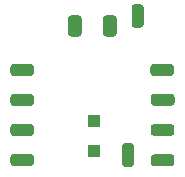
<source format=gbr>
%TF.GenerationSoftware,KiCad,Pcbnew,5.1.9*%
%TF.CreationDate,2021-03-15T11:21:12+01:00*%
%TF.ProjectId,keycap,6b657963-6170-42e6-9b69-6361645f7063,rev?*%
%TF.SameCoordinates,Original*%
%TF.FileFunction,Paste,Top*%
%TF.FilePolarity,Positive*%
%FSLAX46Y46*%
G04 Gerber Fmt 4.6, Leading zero omitted, Abs format (unit mm)*
G04 Created by KiCad (PCBNEW 5.1.9) date 2021-03-15 11:21:12*
%MOMM*%
%LPD*%
G01*
G04 APERTURE LIST*
%ADD10R,1.000000X1.000000*%
G04 APERTURE END LIST*
%TO.C,J3*%
G36*
G01*
X126448120Y-109863000D02*
X127948120Y-109863000D01*
G75*
G02*
X128198120Y-110113000I0J-250000D01*
G01*
X128198120Y-110613000D01*
G75*
G02*
X127948120Y-110863000I-250000J0D01*
G01*
X126448120Y-110863000D01*
G75*
G02*
X126198120Y-110613000I0J250000D01*
G01*
X126198120Y-110113000D01*
G75*
G02*
X126448120Y-109863000I250000J0D01*
G01*
G37*
%TD*%
%TO.C,J9*%
G36*
G01*
X125595000Y-99961000D02*
X125595000Y-101461000D01*
G75*
G02*
X125345000Y-101711000I-250000J0D01*
G01*
X124845000Y-101711000D01*
G75*
G02*
X124595000Y-101461000I0J250000D01*
G01*
X124595000Y-99961000D01*
G75*
G02*
X124845000Y-99711000I250000J0D01*
G01*
X125345000Y-99711000D01*
G75*
G02*
X125595000Y-99961000I0J-250000D01*
G01*
G37*
%TD*%
%TO.C,J4*%
G36*
G01*
X114566000Y-104783000D02*
X116066000Y-104783000D01*
G75*
G02*
X116316000Y-105033000I0J-250000D01*
G01*
X116316000Y-105533000D01*
G75*
G02*
X116066000Y-105783000I-250000J0D01*
G01*
X114566000Y-105783000D01*
G75*
G02*
X114316000Y-105533000I0J250000D01*
G01*
X114316000Y-105033000D01*
G75*
G02*
X114566000Y-104783000I250000J0D01*
G01*
G37*
%TD*%
%TO.C,J1*%
G36*
G01*
X127927800Y-105783000D02*
X126427800Y-105783000D01*
G75*
G02*
X126177800Y-105533000I0J250000D01*
G01*
X126177800Y-105033000D01*
G75*
G02*
X126427800Y-104783000I250000J0D01*
G01*
X127927800Y-104783000D01*
G75*
G02*
X128177800Y-105033000I0J-250000D01*
G01*
X128177800Y-105533000D01*
G75*
G02*
X127927800Y-105783000I-250000J0D01*
G01*
G37*
%TD*%
%TO.C,J2*%
G36*
G01*
X126468440Y-107307760D02*
X127968440Y-107307760D01*
G75*
G02*
X128218440Y-107557760I0J-250000D01*
G01*
X128218440Y-108057760D01*
G75*
G02*
X127968440Y-108307760I-250000J0D01*
G01*
X126468440Y-108307760D01*
G75*
G02*
X126218440Y-108057760I0J250000D01*
G01*
X126218440Y-107557760D01*
G75*
G02*
X126468440Y-107307760I250000J0D01*
G01*
G37*
%TD*%
%TO.C,J6*%
G36*
G01*
X114566000Y-109863000D02*
X116066000Y-109863000D01*
G75*
G02*
X116316000Y-110113000I0J-250000D01*
G01*
X116316000Y-110613000D01*
G75*
G02*
X116066000Y-110863000I-250000J0D01*
G01*
X114566000Y-110863000D01*
G75*
G02*
X114316000Y-110613000I0J250000D01*
G01*
X114316000Y-110113000D01*
G75*
G02*
X114566000Y-109863000I250000J0D01*
G01*
G37*
%TD*%
D10*
%TO.C,D1*%
X121437400Y-112121000D03*
X121437400Y-109621000D03*
%TD*%
%TO.C,J8*%
G36*
G01*
X123782200Y-113233900D02*
X123782200Y-111733900D01*
G75*
G02*
X124032200Y-111483900I250000J0D01*
G01*
X124532200Y-111483900D01*
G75*
G02*
X124782200Y-111733900I0J-250000D01*
G01*
X124782200Y-113233900D01*
G75*
G02*
X124532200Y-113483900I-250000J0D01*
G01*
X124032200Y-113483900D01*
G75*
G02*
X123782200Y-113233900I0J250000D01*
G01*
G37*
%TD*%
%TO.C,J5*%
G36*
G01*
X114566000Y-107323000D02*
X116066000Y-107323000D01*
G75*
G02*
X116316000Y-107573000I0J-250000D01*
G01*
X116316000Y-108073000D01*
G75*
G02*
X116066000Y-108323000I-250000J0D01*
G01*
X114566000Y-108323000D01*
G75*
G02*
X114316000Y-108073000I0J250000D01*
G01*
X114316000Y-107573000D01*
G75*
G02*
X114566000Y-107323000I250000J0D01*
G01*
G37*
%TD*%
%TO.C,J7*%
G36*
G01*
X114566000Y-112403000D02*
X116066000Y-112403000D01*
G75*
G02*
X116316000Y-112653000I0J-250000D01*
G01*
X116316000Y-113153000D01*
G75*
G02*
X116066000Y-113403000I-250000J0D01*
G01*
X114566000Y-113403000D01*
G75*
G02*
X114316000Y-113153000I0J250000D01*
G01*
X114316000Y-112653000D01*
G75*
G02*
X114566000Y-112403000I250000J0D01*
G01*
G37*
%TD*%
%TO.C,C1*%
G36*
G01*
X123309600Y-100904279D02*
X123309600Y-102204281D01*
G75*
G02*
X123059601Y-102454280I-249999J0D01*
G01*
X122409599Y-102454280D01*
G75*
G02*
X122159600Y-102204281I0J249999D01*
G01*
X122159600Y-100904279D01*
G75*
G02*
X122409599Y-100654280I249999J0D01*
G01*
X123059601Y-100654280D01*
G75*
G02*
X123309600Y-100904279I0J-249999D01*
G01*
G37*
G36*
G01*
X120359600Y-100904279D02*
X120359600Y-102204281D01*
G75*
G02*
X120109601Y-102454280I-249999J0D01*
G01*
X119459599Y-102454280D01*
G75*
G02*
X119209600Y-102204281I0J249999D01*
G01*
X119209600Y-100904279D01*
G75*
G02*
X119459599Y-100654280I249999J0D01*
G01*
X120109601Y-100654280D01*
G75*
G02*
X120359600Y-100904279I0J-249999D01*
G01*
G37*
%TD*%
%TO.C,J10*%
G36*
G01*
X127965900Y-113428400D02*
X126465900Y-113428400D01*
G75*
G02*
X126215900Y-113178400I0J250000D01*
G01*
X126215900Y-112678400D01*
G75*
G02*
X126465900Y-112428400I250000J0D01*
G01*
X127965900Y-112428400D01*
G75*
G02*
X128215900Y-112678400I0J-250000D01*
G01*
X128215900Y-113178400D01*
G75*
G02*
X127965900Y-113428400I-250000J0D01*
G01*
G37*
%TD*%
M02*

</source>
